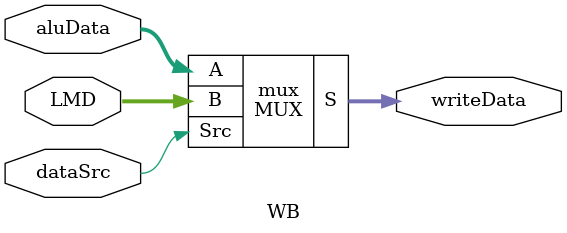
<source format=v>
module Adder (input [31:0] A,
              B,
              output [31:0] C);
    assign C = A + B;
endmodule

module ALU(
    input   [31:0]  A,
    input   [31:0]  B,
    input   [3:0]   aluCtl,
    output  [31:0]  C,
    output zero
);
    parameter ADD = 4'b0000;
    parameter SUB = 4'b0010;
    parameter AND = 4'b0100;
    parameter OR  = 4'b0101;
    parameter XOR = 4'b0110;
    parameter SLT = 4'b1010;
    parameter MOVZ = 4'b1011;

    reg [31:0] result;

    always @(*) begin
        case (aluCtl)
            ADD: result = A + B;
            SUB: result = A - B;
            AND: result = A & B;
            OR:  result = A | B;
            XOR: result = A ^ B;
            SLT: result = A < B ? 1 : 0;
            MOVZ: if (B == 0) result = A;
        endcase
    end

    assign C = result;
    assign zero = result == 0 ? 1 : 0;
    
endmodule

module ALUCU(
    input [5:0] func,
    input [1:0] aluOp,
    output reg [3:0] aluCtl
);

always @(*)
    case (aluOp)
        2'b10:   aluCtl <= 4'b0000;
        2'b11:   aluCtl <= 4'b0010;
        default: 
            case (func[5])
                1'b0: aluCtl <= 4'b1011;
                default: aluCtl <= func[3:0];
            endcase
    endcase
endmodule

module Conc (
    input [31:0] nextPC,
    input [25:0] inputAddr,
    output [31:0] jumpAddr
);
    assign jumpAddr = {nextPC[31:26], inputAddr[25:0]};
endmodule

module CU(input [5:0] opcode,
          output branch,
          output jump,
          output regWre,      // write on register file.
          output aluSrc,      // where B input of ALU comes from:
          output dataSrc,     // where data comes from:
          output memRead,
          output memWrite,
          output writeReg,
          output [1:0] aluOp // 10: +, 11: -, default: due to func-code.
          );

    reg [9:0] controls;
    assign {regWre, aluSrc, branch, memRead, memWrite, dataSrc, jump, aluOp, writeReg} = controls;
    always @(*)
        case(opcode)
            // ALU Cal
            6'b000000: controls <= 10'b1000000000;
            // LW
            6'b100011: controls <= 10'b1101010101;
            // SW
            6'b101011: controls <= 10'b0100100101;
            // BEQ
            6'b000100: controls <= 10'b0010000110;
            // J
            6'b000010: controls <= 10'b0000001000;
            // default
            default:   controls <= 10'bxxxxxxxxxx;
        endcase
endmodule

module DataMem (
    input CLK,
    input [31:0] dataIn,
    input readMod,
    input writeMod,
    input [31:0] addr,
    output [31:0] dataOut
);
    reg [31:0] memory [0:255];
    assign dataOut = readMod ? memory[addr >> 2] : 32'bz;

    integer i;
    initial begin
        for (i = 0; i < 256; i = i + 1) begin
            memory[i]  <= i;
        end
    end

    always @(posedge CLK) begin
        if (writeMod) begin
            memory[addr >> 2] = dataIn;
        end
    end
    
endmodule

module EX (input [31:0] imm,
           d1,
           d2,
           input [3:0] mode,
           input [31:0] NPC,
           input [25:0] index,
           input aluSrc,
           output [31:0] jmpAddr,
           bAddr,
           result,
           output zero);
           
    wire [25:0] jmpAddrLefted;
    wire [31:0] B, bOffset;
    SHL2_26 shl_26(.inputData(index), .outputData(jmpAddrLefted));
    MUX mux(.A(d2), .B(imm), .Src(aluSrc), .S(B));
    SHL2 shl_2(.inputData(imm), .outputData(bOffset));
    Adder adder(.A(NPC), .B(bOffset), .C(bAddr));
    Conc conc(.nextPC(NPC), .inputAddr(jmpAddrLefted), .jumpAddr(jmpAddr));
    ALU alu(.A(d1), .B(B), .aluCtl(mode), .C(result), .zero(zero));

endmodule

module ID (input [31:0] IR,
           input CLK,
           input [31:0] writeData,
           input WE, write,
           input [1:0] aluOp,
           output [31:0] A,
           output [31:0] B,
           output [31:0] imm,
           output [5:0] opcode,
           output [3:0] mode,
           output [25:0] index,
           output [4:0] rfAddr);

    wire [31:0] in_A, in_B;
    wire [5:0] funcCode;
    wire [4:0] rs, rt, rd, writeReg;
    wire [15:0] offset;

    InstSlice instSlice(.inst(IR), .op(opcode), .rs(rs), .rt(rt), .rd(rd), .offset(offset), .instIndex(index), .funcCode(funcCode));
    RegFile regFile(.CLK(CLK), .readReg0(rs), .readReg1(rt), .writeReg(writeReg), .writeData(writeData), .WE(WE), .readData0(in_A), .readData1(in_B));
    SigExt sigExt(.inputData(offset), .outputData(imm));
    ALUCU aluCU(.func(funcCode), .aluOp(aluOp), .aluCtl(mode));
    MUX5 mux0(.A(rd), .B(rt), .Src(write), .S(writeReg));


    assign A = in_A;
    assign B = in_B;
    assign rfAddr = writeReg;

endmodule

module MUX5 (
    input [4:0] A, B,
    input Src,  // 0: A, 1: B;
    output [4:0] S
);
    assign S = (Src == 0) ? A : B;
endmodule

module IF (input CLK,
           input [31:0] inputPC,
           input reset,
           output [31:0] NPC,
           output [31:0] IR,
           output [31:0] outputPC);
    
    PC pc(.CLK(CLK), .reset(reset), .inputPC(inputPC), .outputPC(outputPC));
    PCAdder pcAdder(.PC(outputPC), .nextPC(NPC));
    InstMem instMem(.address(outputPC), .data(IR));

endmodule

module InstMem (
    input [31:0] address,
    output [31:0] data
);
    reg [31:0] memory [255:0];

    
    assign data = memory[address[31:2]];   
    
 
    initial begin
        memory[0] <= 32'h8c010004;
        memory[1] <= 32'h8c020008;
        memory[2] <= 32'h00221820;
        memory[3] <= 32'h00222022;
        memory[4] <= 32'h00222824;
        memory[5] <= 32'h00223025;
        memory[6] <= 32'h00223826;
        memory[7] <= 32'h0022402a;
        memory[8] <= 32'hac010008;
        memory[9] <= 32'hac020004;
        memory[10] <= 32'h10050002;
        memory[11] <= 32'hac010000;
        memory[12] <= 32'h08000000;
        memory[13] <= 32'h0800000f;
        memory[14] <= 32'hac010000;
        memory[15] <= 32'h8c000000;
        memory[16] <= 32'h00000000;
        memory[17] <= 32'h08000000;
    end
endmodule

module InstSlice (input [31:0] inst,
                  output [5:0] op,
                  output [4:0] rs,
                  output [4:0] rt,
                  output [4:0] rd,
                  output [15:0] offset,
                  output [25:0] instIndex,
                  output [5:0] funcCode);


    assign op        = inst[31:26];
    assign rs        = inst[25:21];
    assign rt        = inst[20:16];
    assign rd        = inst[15:11];
    assign offset    = inst[15:0];
    assign instIndex = inst[25:0];
    assign funcCode  = inst[5:0];

endmodule

module MEM (
    input [31:0] jAddr, bAddr, NPC, C, inData,
    input CLK, memR, memW, branch, jump, zero,
    output [31:0] nextPC, directData,
    output [31:0] LMD
);
    wire [31:0] midAddr, finalAddr;
    wire branchAndZero;

    MyAnd myand(.a(branch), .b(zero), .c(branchAndZero));
    DataMem dataMem(.CLK(CLK), .dataIn(inData), .readMod(memR), .writeMod(memW), .addr(C), .dataOut(LMD));
    MUX mux0(.A(NPC), .B(jAddr), .Src(jump), .S(midAddr));
    MUX mux1(.A(midAddr), .B(bAddr), .Src(branchAndZero), .S(finalAddr));

    assign nextPC = finalAddr;
    assign directData = C;
endmodule

module MUX (
    input [31:0] A, B,
    input Src,  // 0: A, 1: B;
    output [31:0] S
);
    assign S = (Src == 0) ? A : B;
endmodule

module MyAnd(
    input a,
    input b,
    output c
);
    assign c = a & b;
endmodule

module PC #(parameter width = 32)
           (input CLK,
            input reset,
            input [width-1:0] inputPC,
            output reg [width-1:0] outputPC);

    always @(posedge CLK) begin
        if (!reset)  begin
            outputPC <= 0;
        end
        else        outputPC <= inputPC;
    end
endmodule

module PCAdder (input [31:0] PC,
                output [31:0] nextPC);
                
    assign nextPC = PC + 32'd4;

endmodule

module RegFile(input CLK,
               input [4:0] readReg0,
               input [4:0] readReg1,
               input [31:0] writeData,
               input [4:0] writeReg,
               input WE,
               output [31:0] readData0,
               output [31:0] readData1);
    
    reg [31:0] regFile[31:0];
    
    integer i;
    initial begin
        for (i = 0; i < 32; i = i + 1) begin
            regFile[i] <= 0;
        end
    end
    
    always @(posedge CLK) begin
        if (WE) regFile[writeReg] = writeData;
    end
    
    assign readData0 = regFile[readReg0];
    assign readData1 = regFile[readReg1];
    
endmodule

module SHL2_26 (
    input [25:0] inputData,
    output [25:0] outputData
);
assign outputData = {inputData[23:0], 2'b00};
endmodule

module SHL2 (
    input [31:0] inputData,
    output [31:0] outputData
);
assign outputData = {inputData[29:0], 2'b00};
endmodule

module SigExt(
    input [15:0] inputData,
    output [31:0] outputData
);
    assign outputData = {(inputData[15] == 1) ? 16'hffff : 16'h0000, inputData};
endmodule

module WB (
    input [31:0] LMD, aluData,
    input dataSrc,
    output [31:0] writeData
);
    MUX mux(.A(aluData), .B(LMD), .Src(dataSrc), .S(writeData));
endmodule
</source>
